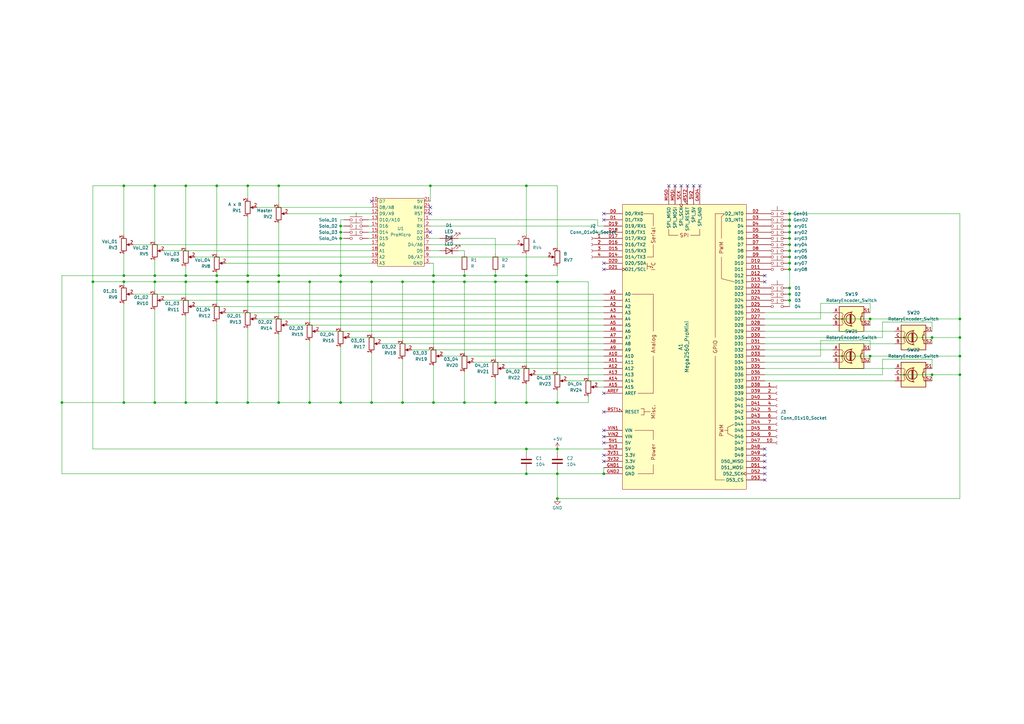
<source format=kicad_sch>
(kicad_sch (version 20231120) (generator "eeschema") (generator_version "8.0")
  (paper "A3")
  (title_block (title "HeartLand") (date "2024-07-05") (rev "2.0") (company "1x telescope"))
  (lib_symbols
    (symbol "Connector:Conn_01x04_Socket" (pin_names (offset 1.016) hide)
      (property "Reference" "J" (at 0 5.08 0))
      (property "Value" "Conn_01x04_Socket" (at 0 -7.62 0))
      (symbol "Conn_01x04_Socket_1_1"
        (pin passive line (at -5.08 2.54 0) (length 3.81) (name "Pin_1") (number "1"))
        (pin passive line (at -5.08 0 0) (length 3.81) (name "Pin_2") (number "2"))
        (pin passive line (at -5.08 -2.54 0) (length 3.81) (name "Pin_3") (number "3"))
        (pin passive line (at -5.08 -5.08 0) (length 3.81) (name "Pin_4") (number "4"))
      )
    )
    (symbol "Connector:Conn_01x10_Socket" (pin_names (offset 1.016) hide)
      (property "Reference" "J" (at 0 12.7 0))
      (property "Value" "Conn_01x10_Socket" (at 0 -15.24 0))
      (symbol "Conn_01x10_Socket_1_1"
        (pin passive line (at -5.08 10.16 0) (length 3.81) (name "Pin_1") (number "1"))
        (pin passive line (at -5.08 -12.7 0) (length 3.81) (name "Pin_10") (number "10"))
        (pin passive line (at -5.08 7.62 0) (length 3.81) (name "Pin_2") (number "2"))
        (pin passive line (at -5.08 5.08 0) (length 3.81) (name "Pin_3") (number "3"))
        (pin passive line (at -5.08 2.54 0) (length 3.81) (name "Pin_4") (number "4"))
        (pin passive line (at -5.08 0 0) (length 3.81) (name "Pin_5") (number "5"))
        (pin passive line (at -5.08 -2.54 0) (length 3.81) (name "Pin_6") (number "6"))
        (pin passive line (at -5.08 -5.08 0) (length 3.81) (name "Pin_7") (number "7"))
        (pin passive line (at -5.08 -7.62 0) (length 3.81) (name "Pin_8") (number "8"))
        (pin passive line (at -5.08 -10.16 0) (length 3.81) (name "Pin_9") (number "9"))
      )
    )
    (symbol "Device:C" (pin_numbers hide) (pin_names (offset 0.254))
      (property "Reference" "C" (at 0.635 2.54 0))
      (property "Value" "C" (at 0.635 -2.54 0))
      (symbol "C_1_1"
        (pin passive line (at 0 3.81 270) (length 2.794) (name "~") (number "1"))
        (pin passive line (at 0 -3.81 90) (length 2.794) (name "~") (number "2"))
      )
    )
    (symbol "Device:LED" (pin_numbers hide) (pin_names (offset 1.016) hide)
      (property "Reference" "D" (at 0 2.54 0))
      (property "Value" "LED" (at 0 -2.54 0))
      (symbol "LED_1_1"
        (pin passive line (at -3.81 0 0) (length 2.54) (name "K") (number "1"))
        (pin passive line (at 3.81 0 180) (length 2.54) (name "A") (number "2"))
      )
    )
    (symbol "Device:R" (pin_numbers hide) (pin_names (offset 0))
      (property "Reference" "R" (at 2.032 0 90))
      (property "Value" "R" (at 0 0 90))
      (symbol "R_1_1"
        (pin passive line (at 0 3.81 270) (length 1.27) (name "~") (number "1"))
        (pin passive line (at 0 -3.81 90) (length 1.27) (name "~") (number "2"))
      )
    )
    (symbol "Device:R_Potentiometer" (pin_names (offset 1.016) hide)
      (property "Reference" "RV" (at -4.445 0 90))
      (property "Value" "R_Potentiometer" (at -2.54 0 90))
      (symbol "R_Potentiometer_1_1"
        (pin passive line (at 0 3.81 270) (length 1.27) (name "1") (number "1"))
        (pin passive line (at 3.81 0 180) (length 1.27) (name "2") (number "2"))
        (pin passive line (at 0 -3.81 90) (length 1.27) (name "3") (number "3"))
      )
    )
    (symbol "Device:RotaryEncoder_Switch" (pin_names (offset 0.254) hide)
      (property "Reference" "SW" (at 0 6.604 0))
      (property "Value" "RotaryEncoder_Switch" (at 0 -6.604 0))
      (symbol "RotaryEncoder_Switch_1_1"
        (pin passive line (at -7.62 2.54 0) (length 2.54) (name "A") (number "A"))
        (pin passive line (at -7.62 -2.54 0) (length 2.54) (name "B") (number "B"))
        (pin passive line (at -7.62 0 0) (length 2.54) (name "C") (number "C"))
        (pin passive line (at 7.62 2.54 180) (length 2.54) (name "S1") (number "S1"))
        (pin passive line (at 7.62 -2.54 180) (length 2.54) (name "S2") (number "S2"))
      )
    )
    (symbol "PCM_SparkFun-Board:ProMicroC"
      (property "Reference" "U" (at 1.27 0 0))
      (property "Value" "ProMicroC" (at 15.24 0 0))
      (symbol "ProMicroC_1_1"
        (pin input line (at -2.54 -10.16 0) (length 2.54) (name "TX") (number "1"))
        (pin input line (at 21.59 -2.54 180) (length 2.54) (name "D7") (number "10"))
        (pin input line (at 21.59 -5.08 180) (length 2.54) (name "D8/A8") (number "11"))
        (pin input line (at 21.59 -7.62 180) (length 2.54) (name "D9/A9") (number "12"))
        (pin input line (at 21.59 -10.16 180) (length 2.54) (name "D10/A10") (number "13"))
        (pin input line (at 21.59 -12.7 180) (length 2.54) (name "D16") (number "14"))
        (pin input line (at 21.59 -15.24 180) (length 2.54) (name "D14") (number "15"))
        (pin input line (at 21.59 -17.78 180) (length 2.54) (name "D15") (number "16"))
        (pin input line (at 21.59 -20.32 180) (length 2.54) (name "A0") (number "17"))
        (pin input line (at 21.59 -22.86 180) (length 2.54) (name "A1") (number "18"))
        (pin input line (at 21.59 -25.4 180) (length 2.54) (name "A2") (number "19"))
        (pin input line (at -2.54 -12.7 0) (length 2.54) (name "RX") (number "2"))
        (pin input line (at 21.59 -27.94 180) (length 2.54) (name "A3") (number "20"))
        (pin input line (at -2.54 -2.54 0) (length 2.54) (name "5V") (number "21"))
        (pin input line (at -2.54 -7.62 0) (length 2.54) (name "RST") (number "22"))
        (pin input line (at -2.54 -27.94 0) (length 2.54) hide (name "GND") (number "23"))
        (pin input line (at -2.54 -5.08 0) (length 2.54) (name "RAW") (number "24"))
        (pin input line (at -2.54 -27.94 0) (length 2.54) (name "GND") (number "3"))
        (pin input line (at -2.54 -27.94 0) (length 2.54) hide (name "GND") (number "4"))
        (pin input line (at -2.54 -15.24 0) (length 2.54) (name "D2") (number "5"))
        (pin input line (at -2.54 -17.78 0) (length 2.54) (name "D3") (number "6"))
        (pin input line (at -2.54 -20.32 0) (length 2.54) (name "D4/A6") (number "7"))
        (pin input line (at -2.54 -22.86 0) (length 2.54) (name "D5") (number "8"))
        (pin input line (at -2.54 -25.4 0) (length 2.54) (name "D6/A7") (number "9"))
      )
    )
    (symbol "PCM_arduino-library:Clone_Mega2560_Pro_Socket" (pin_names (offset 1.016))
      (property "Reference" "A" (at 0 -62.23 0))
      (property "Value" "Clone_Mega2560_Pro_Socket" (at 0 -66.04 0))
      (symbol "Clone_Mega2560_Pro_Socket_0_0"
        (text "Analog" (at -12.7 1.27 900) (effects (font (size 1.524 1.524))))
        (text "I²C" (at -12.7 33.02 900) (effects (font (size 1.524 1.524))))
        (text "Misc." (at -12.7 -26.67 900) (effects (font (size 1.524 1.524))))
        (text "Power" (at -12.7 -43.18 900) (effects (font (size 1.524 1.524))))
        (text "PWM" (at 15.24 -34.29 900) (effects (font (size 1.524 1.524))))
        (text "PWM" (at 15.24 40.64 900) (effects (font (size 1.524 1.524))))
        (text "Serial" (at -12.7 45.72 900) (effects (font (size 1.524 1.524))))
        (text "SPI" (at 0 45.72 0) (effects (font (size 1.524 1.524))))
      )
      (symbol "Clone_Mega2560_Pro_Socket_1_0"
        (text "GPIO" (at 12.7 0 900) (effects (font (size 1.524 1.524))))
      )
      (symbol "Clone_Mega2560_Pro_Socket_1_1"
        (pin power_out line (at -33.02 -44.45 0) (length 7.62) (name "3.3V") (number "3V31"))
        (pin power_out line (at -33.02 -46.99 0) (length 7.62) (name "3.3V") (number "3V32"))
        (pin power_in line (at -33.02 -39.37 0) (length 7.62) (name "5V") (number "5V1"))
        (pin power_in line (at 3.81 66.04 270) (length 7.62) (name "SPI_5V") (number "5V2"))
        (pin power_in line (at -33.02 -41.91 0) (length 7.62) (name "5V") (number "5V3"))
        (pin bidirectional line (at -33.02 21.59 0) (length 7.62) (name "A0") (number "A0"))
        (pin bidirectional line (at -33.02 19.05 0) (length 7.62) (name "A1") (number "A1"))
        (pin bidirectional line (at -33.02 -3.81 0) (length 7.62) (name "A10") (number "A10"))
        (pin bidirectional line (at -33.02 -6.35 0) (length 7.62) (name "A11") (number "A11"))
        (pin bidirectional line (at -33.02 -8.89 0) (length 7.62) (name "A12") (number "A12"))
        (pin bidirectional line (at -33.02 -11.43 0) (length 7.62) (name "A13") (number "A13"))
        (pin bidirectional line (at -33.02 -13.97 0) (length 7.62) (name "A14") (number "A14"))
        (pin bidirectional line (at -33.02 -16.51 0) (length 7.62) (name "A15") (number "A15"))
        (pin bidirectional line (at -33.02 16.51 0) (length 7.62) (name "A2") (number "A2"))
        (pin bidirectional line (at -33.02 13.97 0) (length 7.62) (name "A3") (number "A3"))
        (pin bidirectional line (at -33.02 11.43 0) (length 7.62) (name "A4") (number "A4"))
        (pin bidirectional line (at -33.02 8.89 0) (length 7.62) (name "A5") (number "A5"))
        (pin bidirectional line (at -33.02 6.35 0) (length 7.62) (name "A6") (number "A6"))
        (pin bidirectional line (at -33.02 3.81 0) (length 7.62) (name "A7") (number "A7"))
        (pin bidirectional line (at -33.02 1.27 0) (length 7.62) (name "A8") (number "A8"))
        (pin bidirectional line (at -33.02 -1.27 0) (length 7.62) (name "A9") (number "A9"))
        (pin input line (at -33.02 -19.05 0) (length 7.62) (name "AREF") (number "AREF"))
        (pin bidirectional line (at -33.02 54.61 0) (length 7.62) (name "D0/RX0") (number "D0"))
        (pin bidirectional line (at -33.02 52.07 0) (length 7.62) (name "D1/TX0") (number "D1"))
        (pin bidirectional line (at 33.02 34.29 180) (length 7.62) (name "D10") (number "D10"))
        (pin bidirectional line (at 33.02 31.75 180) (length 7.62) (name "D11") (number "D11"))
        (pin bidirectional line (at 33.02 29.21 180) (length 7.62) (name "D12") (number "D12"))
        (pin bidirectional line (at 33.02 26.67 180) (length 7.62) (name "D13") (number "D13"))
        (pin bidirectional line (at -33.02 36.83 0) (length 7.62) (name "D14/TX3") (number "D14"))
        (pin bidirectional line (at -33.02 39.37 0) (length 7.62) (name "D15/RX3") (number "D15"))
        (pin bidirectional line (at -33.02 41.91 0) (length 7.62) (name "D16/TX2") (number "D16"))
        (pin bidirectional line (at -33.02 44.45 0) (length 7.62) (name "D17/RX2") (number "D17"))
        (pin bidirectional line (at -33.02 46.99 0) (length 7.62) (name "D18/TX1") (number "D18"))
        (pin bidirectional line (at -33.02 49.53 0) (length 7.62) (name "D19/RX1") (number "D19"))
        (pin bidirectional line (at 33.02 54.61 180) (length 7.62) (name "D2_INT0") (number "D2"))
        (pin bidirectional line (at -33.02 34.29 0) (length 7.62) (name "D20/SDA") (number "D20"))
        (pin bidirectional clock (at -33.02 31.75 0) (length 7.62) (name "D21/SCL") (number "D21"))
        (pin bidirectional line (at 33.02 24.13 180) (length 7.62) (name "D22") (number "D22"))
        (pin bidirectional line (at 33.02 21.59 180) (length 7.62) (name "D23") (number "D23"))
        (pin bidirectional line (at 33.02 19.05 180) (length 7.62) (name "D24") (number "D24"))
        (pin bidirectional line (at 33.02 16.51 180) (length 7.62) (name "D25") (number "D25"))
        (pin bidirectional line (at 33.02 13.97 180) (length 7.62) (name "D26") (number "D26"))
        (pin bidirectional line (at 33.02 11.43 180) (length 7.62) (name "D27") (number "D27"))
        (pin bidirectional line (at 33.02 8.89 180) (length 7.62) (name "D28") (number "D28"))
        (pin bidirectional line (at 33.02 6.35 180) (length 7.62) (name "D29") (number "D29"))
        (pin bidirectional line (at 33.02 52.07 180) (length 7.62) (name "D3_INT1") (number "D3"))
        (pin bidirectional line (at 33.02 3.81 180) (length 7.62) (name "D30") (number "D30"))
        (pin bidirectional line (at 33.02 1.27 180) (length 7.62) (name "D31") (number "D31"))
        (pin bidirectional line (at 33.02 -1.27 180) (length 7.62) (name "D32") (number "D32"))
        (pin bidirectional line (at 33.02 -3.81 180) (length 7.62) (name "D33") (number "D33"))
        (pin bidirectional line (at 33.02 -6.35 180) (length 7.62) (name "D34") (number "D34"))
        (pin bidirectional line (at 33.02 -8.89 180) (length 7.62) (name "D35") (number "D35"))
        (pin bidirectional line (at 33.02 -11.43 180) (length 7.62) (name "D36") (number "D36"))
        (pin bidirectional line (at 33.02 -13.97 180) (length 7.62) (name "D37") (number "D37"))
        (pin bidirectional line (at 33.02 -16.51 180) (length 7.62) (name "D38") (number "D38"))
        (pin bidirectional line (at 33.02 -19.05 180) (length 7.62) (name "D39") (number "D39"))
        (pin bidirectional line (at 33.02 49.53 180) (length 7.62) (name "D4") (number "D4"))
        (pin bidirectional line (at 33.02 -21.59 180) (length 7.62) (name "D40") (number "D40"))
        (pin bidirectional line (at 33.02 -24.13 180) (length 7.62) (name "D41") (number "D41"))
        (pin bidirectional line (at 33.02 -26.67 180) (length 7.62) (name "D42") (number "D42"))
        (pin bidirectional line (at 33.02 -29.21 180) (length 7.62) (name "D43") (number "D43"))
        (pin bidirectional line (at 33.02 -31.75 180) (length 7.62) (name "D44") (number "D44"))
        (pin bidirectional line (at 33.02 -34.29 180) (length 7.62) (name "D45") (number "D45"))
        (pin bidirectional line (at 33.02 -36.83 180) (length 7.62) (name "D46") (number "D46"))
        (pin bidirectional line (at 33.02 -39.37 180) (length 7.62) (name "D47") (number "D47"))
        (pin bidirectional line (at 33.02 -41.91 180) (length 7.62) (name "D48") (number "D48"))
        (pin bidirectional line (at 33.02 -44.45 180) (length 7.62) (name "D49") (number "D49"))
        (pin bidirectional line (at 33.02 46.99 180) (length 7.62) (name "D5") (number "D5"))
        (pin bidirectional line (at 33.02 -46.99 180) (length 7.62) (name "D50_MISO") (number "D50"))
        (pin bidirectional line (at 33.02 -49.53 180) (length 7.62) (name "D51_MOSI") (number "D51"))
        (pin bidirectional clock (at 33.02 -52.07 180) (length 7.62) (name "D52_SCK") (number "D52"))
        (pin bidirectional line (at 33.02 -54.61 180) (length 7.62) (name "D53_CS") (number "D53"))
        (pin bidirectional line (at 33.02 44.45 180) (length 7.62) (name "D6") (number "D6"))
        (pin bidirectional line (at 33.02 41.91 180) (length 7.62) (name "D7") (number "D7"))
        (pin bidirectional line (at 33.02 39.37 180) (length 7.62) (name "D8") (number "D8"))
        (pin bidirectional line (at 33.02 36.83 180) (length 7.62) (name "D9") (number "D9"))
        (pin power_in line (at -33.02 -49.53 0) (length 7.62) (name "GND") (number "GND1"))
        (pin power_in line (at -33.02 -52.07 0) (length 7.62) (name "GND") (number "GND2"))
        (pin power_in line (at 6.35 66.04 270) (length 7.62) (name "SPI_GND") (number "GND4"))
        (pin input line (at -6.35 66.04 270) (length 7.62) (name "SPI_MISO") (number "MISO"))
        (pin output line (at -3.81 66.04 270) (length 7.62) (name "SPI_MOSI") (number "MOSI"))
        (pin open_collector input_low (at -33.02 -26.67 0) (length 7.62) (name "RESET") (number "RST1"))
        (pin open_collector input_low (at 1.27 66.04 270) (length 7.62) (name "SPI_RESET") (number "RST2"))
        (pin output clock (at -1.27 66.04 270) (length 7.62) (name "SPI_SCK") (number "SCK"))
        (pin power_in line (at -33.02 -34.29 0) (length 7.62) (name "VIN") (number "VIN1"))
        (pin power_in line (at -33.02 -36.83 0) (length 7.62) (name "VIN") (number "VIN2"))
      )
    )
    (symbol "Switch:SW_Push" (pin_numbers hide) (pin_names (offset 1.016) hide)
      (property "Reference" "SW" (at 1.27 2.54 0))
      (property "Value" "SW_Push" (at 0 -1.524 0))
      (symbol "SW_Push_0_1"
        (pin passive line (at -5.08 0 0) (length 2.54) (name "1") (number "1"))
        (pin passive line (at 5.08 0 180) (length 2.54) (name "2") (number "2"))
      )
    )
    (symbol "power:+5V" (power) (pin_numbers hide) (pin_names (offset 0) hide)
      (property "Value" "+5V" (at 0 3.556 0))
      (symbol "+5V_1_1"
        (pin power_in line (at 0 0 90) (length 0) (name "~") (number "1"))
      )
    )
    (symbol "power:GND" (power) (pin_numbers hide) (pin_names (offset 0) hide)
      (property "Value" "GND" (at 0 -3.81 0))
      (symbol "GND_1_1"
        (pin power_in line (at 0 0 270) (length 0) (name "~") (number "1"))
      )
    )
  )
  (junction (at 177.8 115.57))
  (junction (at 139.7 95.25))
  (junction (at 323.85 105.41))
  (junction (at 88.9 113.03))
  (junction (at 139.7 165.1))
  (junction (at 228.6 194.31))
  (junction (at 323.85 118.11))
  (junction (at 393.7 146.05))
  (junction (at 323.85 95.25))
  (junction (at 177.8 113.03))
  (junction (at 63.5 76.2))
  (junction (at 323.85 97.79))
  (junction (at 139.7 97.79))
  (junction (at 76.2 76.2))
  (junction (at 76.2 115.57))
  (junction (at 139.7 113.03))
  (junction (at 215.9 76.2))
  (junction (at 88.9 115.57))
  (junction (at 323.85 100.33))
  (junction (at 393.7 130.81))
  (junction (at 88.9 165.1))
  (junction (at 203.2 115.57))
  (junction (at 215.9 115.57))
  (junction (at 63.5 115.57))
  (junction (at 50.8 113.03))
  (junction (at 190.5 115.57))
  (junction (at 323.85 102.87))
  (junction (at 152.4 115.57))
  (junction (at 114.3 113.03))
  (junction (at 323.85 92.71))
  (junction (at 190.5 113.03))
  (junction (at 323.85 110.49))
  (junction (at 177.8 165.1))
  (junction (at 356.87 130.81))
  (junction (at 50.8 115.57))
  (junction (at 114.3 76.2))
  (junction (at 165.1 115.57))
  (junction (at 382.27 138.43))
  (junction (at 247.65 194.31))
  (junction (at 215.9 184.15))
  (junction (at 393.7 153.67))
  (junction (at 127 115.57))
  (junction (at 63.5 113.03))
  (junction (at 215.9 165.1))
  (junction (at 323.85 107.95))
  (junction (at 323.85 87.63))
  (junction (at 228.6 204.47))
  (junction (at 228.6 165.1))
  (junction (at 63.5 165.1))
  (junction (at 114.3 115.57))
  (junction (at 203.2 113.03))
  (junction (at 88.9 76.2))
  (junction (at 38.1 115.57))
  (junction (at 152.4 165.1))
  (junction (at 139.7 115.57))
  (junction (at 101.6 113.03))
  (junction (at 393.7 138.43))
  (junction (at 176.53 76.2))
  (junction (at 323.85 123.19))
  (junction (at 50.8 76.2))
  (junction (at 356.87 146.05))
  (junction (at 190.5 165.1))
  (junction (at 25.4 165.1))
  (junction (at 127 165.1))
  (junction (at 382.27 153.67))
  (junction (at 76.2 113.03))
  (junction (at 101.6 115.57))
  (junction (at 165.1 165.1))
  (junction (at 114.3 165.1))
  (junction (at 215.9 194.31))
  (junction (at 323.85 90.17))
  (junction (at 323.85 120.65))
  (junction (at 215.9 113.03))
  (junction (at 101.6 165.1))
  (junction (at 228.6 115.57))
  (junction (at 101.6 76.2))
  (junction (at 50.8 165.1))
  (junction (at 228.6 184.15))
  (junction (at 139.7 92.71))
  (junction (at 76.2 165.1))
  (junction (at 203.2 165.1))
  (no_connect (at 247.65 87.63))
  (no_connect (at 313.69 189.23))
  (no_connect (at 247.65 161.29))
  (no_connect (at 176.53 95.25))
  (no_connect (at 247.65 189.23))
  (no_connect (at 247.65 186.69))
  (no_connect (at 247.65 181.61))
  (no_connect (at 281.94 76.2))
  (no_connect (at 313.69 113.03))
  (no_connect (at 279.4 76.2))
  (no_connect (at 313.69 191.77))
  (no_connect (at 313.69 184.15))
  (no_connect (at 313.69 194.31))
  (no_connect (at 152.4 82.55))
  (no_connect (at 247.65 107.95))
  (no_connect (at 247.65 168.91))
  (no_connect (at 276.86 76.2))
  (no_connect (at 313.69 196.85))
  (no_connect (at 274.32 76.2))
  (no_connect (at 284.48 76.2))
  (no_connect (at 176.53 85.09))
  (no_connect (at 247.65 176.53))
  (no_connect (at 247.65 90.17))
  (no_connect (at 247.65 110.49))
  (no_connect (at 313.69 115.57))
  (no_connect (at 313.69 186.69))
  (no_connect (at 287.02 76.2))
  (no_connect (at 247.65 179.07))
  (no_connect (at 176.53 87.63))
  (wire (pts (xy 88.9 132.08) (xy 88.9 165.1)))
  (wire (pts (xy 101.6 115.57) (xy 88.9 115.57)))
  (wire (pts (xy 105.41 85.09) (xy 152.4 85.09)))
  (wire (pts (xy 215.9 184.15) (xy 228.6 184.15)))
  (wire (pts (xy 313.69 143.51) (xy 341.63 143.51)))
  (wire (pts (xy 228.6 160.02) (xy 228.6 165.1)))
  (wire (pts (xy 114.3 165.1) (xy 127 165.1)))
  (wire (pts (xy 245.11 158.75) (xy 247.65 158.75)))
  (wire (pts (xy 101.6 165.1) (xy 114.3 165.1)))
  (wire (pts (xy 38.1 76.2) (xy 38.1 115.57)))
  (wire (pts (xy 114.3 76.2) (xy 176.53 76.2)))
  (wire (pts (xy 203.2 111.76) (xy 203.2 113.03)))
  (wire (pts (xy 165.1 139.7) (xy 165.1 115.57)))
  (wire (pts (xy 176.53 82.55) (xy 176.53 76.2)))
  (wire (pts (xy 143.51 138.43) (xy 247.65 138.43)))
  (wire (pts (xy 323.85 120.65) (xy 323.85 123.19)))
  (wire (pts (xy 194.31 148.59) (xy 247.65 148.59)))
  (wire (pts (xy 313.69 146.05) (xy 336.55 146.05)))
  (wire (pts (xy 92.71 128.27) (xy 247.65 128.27)))
  (wire (pts (xy 76.2 76.2) (xy 63.5 76.2)))
  (wire (pts (xy 323.85 87.63) (xy 323.85 90.17)))
  (wire (pts (xy 114.3 113.03) (xy 139.7 113.03)))
  (wire (pts (xy 176.53 105.41) (xy 224.79 105.41)))
  (wire (pts (xy 114.3 83.82) (xy 114.3 76.2)))
  (wire (pts (xy 114.3 91.44) (xy 114.3 113.03)))
  (wire (pts (xy 76.2 165.1) (xy 88.9 165.1)))
  (wire (pts (xy 393.7 87.63) (xy 393.7 130.81)))
  (wire (pts (xy 76.2 109.22) (xy 76.2 113.03)))
  (wire (pts (xy 101.6 134.62) (xy 101.6 165.1)))
  (wire (pts (xy 63.5 99.06) (xy 63.5 76.2)))
  (wire (pts (xy 341.63 146.05) (xy 356.87 146.05)))
  (wire (pts (xy 336.55 146.05) (xy 336.55 139.7)))
  (wire (pts (xy 393.7 138.43) (xy 382.27 138.43)))
  (wire (pts (xy 203.2 97.79) (xy 187.96 97.79)))
  (wire (pts (xy 38.1 184.15) (xy 215.9 184.15)))
  (wire (pts (xy 393.7 138.43) (xy 393.7 130.81)))
  (wire (pts (xy 130.81 135.89) (xy 247.65 135.89)))
  (wire (pts (xy 323.85 105.41) (xy 323.85 107.95)))
  (wire (pts (xy 101.6 76.2) (xy 88.9 76.2)))
  (wire (pts (xy 76.2 129.54) (xy 76.2 165.1)))
  (wire (pts (xy 241.3 162.56) (xy 241.3 165.1)))
  (wire (pts (xy 393.7 153.67) (xy 393.7 204.47)))
  (wire (pts (xy 190.5 113.03) (xy 203.2 113.03)))
  (wire (pts (xy 361.95 147.32) (xy 361.95 153.67)))
  (wire (pts (xy 241.3 154.94) (xy 241.3 115.57)))
  (wire (pts (xy 168.91 143.51) (xy 247.65 143.51)))
  (wire (pts (xy 88.9 124.46) (xy 88.9 115.57)))
  (wire (pts (xy 177.8 115.57) (xy 165.1 115.57)))
  (wire (pts (xy 38.1 184.15) (xy 38.1 115.57)))
  (wire (pts (xy 190.5 102.87) (xy 190.5 104.14)))
  (wire (pts (xy 215.9 115.57) (xy 203.2 115.57)))
  (wire (pts (xy 50.8 113.03) (xy 63.5 113.03)))
  (wire (pts (xy 190.5 144.78) (xy 190.5 115.57)))
  (wire (pts (xy 38.1 76.2) (xy 50.8 76.2)))
  (wire (pts (xy 247.65 191.77) (xy 247.65 194.31)))
  (wire (pts (xy 151.13 97.79) (xy 152.4 97.79)))
  (wire (pts (xy 101.6 127) (xy 101.6 115.57)))
  (wire (pts (xy 190.5 111.76) (xy 190.5 113.03)))
  (wire (pts (xy 323.85 102.87) (xy 323.85 105.41)))
  (wire (pts (xy 105.41 130.81) (xy 247.65 130.81)))
  (wire (pts (xy 323.85 97.79) (xy 323.85 100.33)))
  (wire (pts (xy 176.53 100.33) (xy 212.09 100.33)))
  (wire (pts (xy 177.8 113.03) (xy 190.5 113.03)))
  (wire (pts (xy 382.27 147.32) (xy 361.95 147.32)))
  (wire (pts (xy 54.61 120.65) (xy 247.65 120.65)))
  (wire (pts (xy 114.3 129.54) (xy 114.3 115.57)))
  (wire (pts (xy 203.2 104.14) (xy 203.2 97.79)))
  (wire (pts (xy 25.4 194.31) (xy 215.9 194.31)))
  (wire (pts (xy 228.6 109.22) (xy 228.6 113.03)))
  (wire (pts (xy 25.4 165.1) (xy 50.8 165.1)))
  (wire (pts (xy 176.53 90.17) (xy 245.11 90.17)))
  (wire (pts (xy 241.3 115.57) (xy 228.6 115.57)))
  (wire (pts (xy 313.69 130.81) (xy 336.55 130.81)))
  (wire (pts (xy 190.5 115.57) (xy 177.8 115.57)))
  (wire (pts (xy 139.7 97.79) (xy 139.7 113.03)))
  (wire (pts (xy 336.55 130.81) (xy 336.55 124.46)))
  (wire (pts (xy 382.27 132.08) (xy 382.27 135.89)))
  (wire (pts (xy 101.6 113.03) (xy 114.3 113.03)))
  (wire (pts (xy 361.95 153.67) (xy 313.69 153.67)))
  (wire (pts (xy 187.96 102.87) (xy 190.5 102.87)))
  (wire (pts (xy 80.01 125.73) (xy 247.65 125.73)))
  (wire (pts (xy 139.7 92.71) (xy 139.7 95.25)))
  (wire (pts (xy 50.8 96.52) (xy 50.8 76.2)))
  (wire (pts (xy 356.87 124.46) (xy 356.87 128.27)))
  (wire (pts (xy 63.5 115.57) (xy 76.2 115.57)))
  (wire (pts (xy 215.9 96.52) (xy 215.9 76.2)))
  (wire (pts (xy 152.4 137.16) (xy 152.4 115.57)))
  (wire (pts (xy 203.2 147.32) (xy 203.2 115.57)))
  (wire (pts (xy 140.97 90.17) (xy 139.7 90.17)))
  (wire (pts (xy 356.87 139.7) (xy 356.87 143.51)))
  (wire (pts (xy 228.6 113.03) (xy 215.9 113.03)))
  (wire (pts (xy 336.55 124.46) (xy 356.87 124.46)))
  (wire (pts (xy 323.85 95.25) (xy 323.85 97.79)))
  (wire (pts (xy 151.13 95.25) (xy 152.4 95.25)))
  (wire (pts (xy 76.2 113.03) (xy 88.9 113.03)))
  (wire (pts (xy 165.1 165.1) (xy 177.8 165.1)))
  (wire (pts (xy 215.9 149.86) (xy 215.9 115.57)))
  (wire (pts (xy 139.7 97.79) (xy 140.97 97.79)))
  (wire (pts (xy 114.3 115.57) (xy 101.6 115.57)))
  (wire (pts (xy 228.6 184.15) (xy 247.65 184.15)))
  (wire (pts (xy 76.2 76.2) (xy 76.2 101.6)))
  (wire (pts (xy 323.85 100.33) (xy 323.85 102.87)))
  (wire (pts (xy 181.61 146.05) (xy 247.65 146.05)))
  (wire (pts (xy 323.85 92.71) (xy 323.85 95.25)))
  (wire (pts (xy 54.61 100.33) (xy 152.4 100.33)))
  (wire (pts (xy 393.7 138.43) (xy 393.7 146.05)))
  (wire (pts (xy 127 115.57) (xy 114.3 115.57)))
  (wire (pts (xy 92.71 107.95) (xy 152.4 107.95)))
  (wire (pts (xy 203.2 165.1) (xy 215.9 165.1)))
  (wire (pts (xy 228.6 115.57) (xy 215.9 115.57)))
  (wire (pts (xy 323.85 90.17) (xy 323.85 92.71)))
  (wire (pts (xy 151.13 92.71) (xy 152.4 92.71)))
  (wire (pts (xy 139.7 142.24) (xy 139.7 165.1)))
  (wire (pts (xy 228.6 204.47) (xy 228.6 194.31)))
  (wire (pts (xy 139.7 95.25) (xy 140.97 95.25)))
  (wire (pts (xy 88.9 111.76) (xy 88.9 113.03)))
  (wire (pts (xy 25.4 113.03) (xy 25.4 165.1)))
  (wire (pts (xy 361.95 138.43) (xy 361.95 132.08)))
  (wire (pts (xy 127 139.7) (xy 127 165.1)))
  (wire (pts (xy 313.69 148.59) (xy 341.63 148.59)))
  (wire (pts (xy 152.4 165.1) (xy 165.1 165.1)))
  (wire (pts (xy 165.1 147.32) (xy 165.1 165.1)))
  (wire (pts (xy 228.6 193.04) (xy 228.6 194.31)))
  (wire (pts (xy 50.8 165.1) (xy 63.5 165.1)))
  (wire (pts (xy 215.9 157.48) (xy 215.9 165.1)))
  (wire (pts (xy 177.8 142.24) (xy 177.8 115.57)))
  (wire (pts (xy 215.9 193.04) (xy 215.9 194.31)))
  (wire (pts (xy 215.9 104.14) (xy 215.9 113.03)))
  (wire (pts (xy 313.69 135.89) (xy 367.03 135.89)))
  (wire (pts (xy 203.2 115.57) (xy 190.5 115.57)))
  (wire (pts (xy 219.71 153.67) (xy 247.65 153.67)))
  (wire (pts (xy 228.6 152.4) (xy 228.6 115.57)))
  (wire (pts (xy 382.27 151.13) (xy 382.27 147.32)))
  (wire (pts (xy 176.53 92.71) (xy 243.84 92.71)))
  (wire (pts (xy 323.85 123.19) (xy 323.85 125.73)))
  (wire (pts (xy 67.31 123.19) (xy 247.65 123.19)))
  (wire (pts (xy 215.9 185.42) (xy 215.9 184.15)))
  (wire (pts (xy 127 165.1) (xy 139.7 165.1)))
  (wire (pts (xy 245.11 92.71) (xy 247.65 92.71)))
  (wire (pts (xy 50.8 115.57) (xy 63.5 115.57)))
  (wire (pts (xy 190.5 165.1) (xy 203.2 165.1)))
  (wire (pts (xy 118.11 133.35) (xy 247.65 133.35)))
  (wire (pts (xy 243.84 92.71) (xy 243.84 95.25)))
  (wire (pts (xy 151.13 90.17) (xy 152.4 90.17)))
  (wire (pts (xy 63.5 113.03) (xy 76.2 113.03)))
  (wire (pts (xy 323.85 118.11) (xy 323.85 120.65)))
  (wire (pts (xy 356.87 146.05) (xy 393.7 146.05)))
  (wire (pts (xy 228.6 76.2) (xy 215.9 76.2)))
  (wire (pts (xy 67.31 102.87) (xy 152.4 102.87)))
  (wire (pts (xy 50.8 104.14) (xy 50.8 113.03)))
  (wire (pts (xy 76.2 121.92) (xy 76.2 115.57)))
  (wire (pts (xy 139.7 95.25) (xy 139.7 97.79)))
  (wire (pts (xy 50.8 116.84) (xy 50.8 115.57)))
  (wire (pts (xy 88.9 115.57) (xy 76.2 115.57)))
  (wire (pts (xy 114.3 76.2) (xy 101.6 76.2)))
  (wire (pts (xy 165.1 115.57) (xy 152.4 115.57)))
  (wire (pts (xy 356.87 130.81) (xy 393.7 130.81)))
  (wire (pts (xy 341.63 130.81) (xy 356.87 130.81)))
  (wire (pts (xy 228.6 165.1) (xy 241.3 165.1)))
  (wire (pts (xy 323.85 110.49) (xy 323.85 118.11)))
  (wire (pts (xy 382.27 153.67) (xy 393.7 153.67)))
  (wire (pts (xy 313.69 151.13) (xy 367.03 151.13)))
  (wire (pts (xy 101.6 88.9) (xy 101.6 113.03)))
  (wire (pts (xy 38.1 115.57) (xy 50.8 115.57)))
  (wire (pts (xy 63.5 106.68) (xy 63.5 113.03)))
  (wire (pts (xy 177.8 113.03) (xy 177.8 107.95)))
  (wire (pts (xy 243.84 95.25) (xy 247.65 95.25)))
  (wire (pts (xy 203.2 113.03) (xy 215.9 113.03)))
  (wire (pts (xy 139.7 165.1) (xy 152.4 165.1)))
  (wire (pts (xy 382.27 153.67) (xy 382.27 156.21)))
  (wire (pts (xy 361.95 132.08) (xy 382.27 132.08)))
  (wire (pts (xy 245.11 90.17) (xy 245.11 92.71)))
  (wire (pts (xy 203.2 154.94) (xy 203.2 165.1)))
  (wire (pts (xy 336.55 139.7) (xy 356.87 139.7)))
  (wire (pts (xy 313.69 138.43) (xy 361.95 138.43)))
  (wire (pts (xy 118.11 87.63) (xy 152.4 87.63)))
  (wire (pts (xy 382.27 138.43) (xy 382.27 140.97)))
  (wire (pts (xy 152.4 144.78) (xy 152.4 165.1)))
  (wire (pts (xy 25.4 165.1) (xy 25.4 194.31)))
  (wire (pts (xy 50.8 165.1) (xy 50.8 124.46)))
  (wire (pts (xy 367.03 153.67) (xy 382.27 153.67)))
  (wire (pts (xy 356.87 146.05) (xy 356.87 148.59)))
  (wire (pts (xy 139.7 90.17) (xy 139.7 92.71)))
  (wire (pts (xy 139.7 113.03) (xy 177.8 113.03)))
  (wire (pts (xy 63.5 115.57) (xy 63.5 119.38)))
  (wire (pts (xy 156.21 140.97) (xy 247.65 140.97)))
  (wire (pts (xy 127 132.08) (xy 127 115.57)))
  (wire (pts (xy 63.5 76.2) (xy 50.8 76.2)))
  (wire (pts (xy 313.69 156.21) (xy 367.03 156.21)))
  (wire (pts (xy 215.9 165.1) (xy 228.6 165.1)))
  (wire (pts (xy 215.9 194.31) (xy 228.6 194.31)))
  (wire (pts (xy 101.6 76.2) (xy 101.6 81.28)))
  (wire (pts (xy 139.7 115.57) (xy 127 115.57)))
  (wire (pts (xy 139.7 134.62) (xy 139.7 115.57)))
  (wire (pts (xy 63.5 127) (xy 63.5 165.1)))
  (wire (pts (xy 313.69 128.27) (xy 341.63 128.27)))
  (wire (pts (xy 367.03 138.43) (xy 382.27 138.43)))
  (wire (pts (xy 177.8 149.86) (xy 177.8 165.1)))
  (wire (pts (xy 152.4 115.57) (xy 139.7 115.57)))
  (wire (pts (xy 80.01 105.41) (xy 152.4 105.41)))
  (wire (pts (xy 393.7 146.05) (xy 393.7 153.67)))
  (wire (pts (xy 313.69 133.35) (xy 341.63 133.35)))
  (wire (pts (xy 88.9 76.2) (xy 76.2 76.2)))
  (wire (pts (xy 356.87 130.81) (xy 356.87 133.35)))
  (wire (pts (xy 228.6 185.42) (xy 228.6 184.15)))
  (wire (pts (xy 228.6 204.47) (xy 393.7 204.47)))
  (wire (pts (xy 177.8 107.95) (xy 176.53 107.95)))
  (wire (pts (xy 313.69 140.97) (xy 367.03 140.97)))
  (wire (pts (xy 88.9 165.1) (xy 101.6 165.1)))
  (wire (pts (xy 228.6 194.31) (xy 247.65 194.31)))
  (wire (pts (xy 176.53 102.87) (xy 180.34 102.87)))
  (wire (pts (xy 63.5 165.1) (xy 76.2 165.1)))
  (wire (pts (xy 323.85 107.95) (xy 323.85 110.49)))
  (wire (pts (xy 25.4 113.03) (xy 50.8 113.03)))
  (wire (pts (xy 207.01 151.13) (xy 247.65 151.13)))
  (wire (pts (xy 232.41 156.21) (xy 247.65 156.21)))
  (wire (pts (xy 228.6 101.6) (xy 228.6 76.2)))
  (wire (pts (xy 114.3 137.16) (xy 114.3 165.1)))
  (wire (pts (xy 88.9 76.2) (xy 88.9 104.14)))
  (wire (pts (xy 176.53 76.2) (xy 215.9 76.2)))
  (wire (pts (xy 190.5 152.4) (xy 190.5 165.1)))
  (wire (pts (xy 139.7 92.71) (xy 140.97 92.71)))
  (wire (pts (xy 177.8 165.1) (xy 190.5 165.1)))
  (wire (pts (xy 176.53 97.79) (xy 180.34 97.79)))
  (wire (pts (xy 323.85 87.63) (xy 393.7 87.63)))
  (wire (pts (xy 101.6 113.03) (xy 88.9 113.03)))
  (symbol (lib_id "power:+5V") (at 228.6 184.15 0) (unit 1)
    (property "Reference" "#PWR01" (effects (hide yes)))
    (property "Value" "+5V" (at 228.6 180.086 0))
    (property "Description" "Power symbol creates a global label with name \"+5V\"" (effects (hide yes)))
  )
  (symbol (lib_id "Device:R_Potentiometer") (at 76.2 125.73 0) (mirror x) (unit 1)
    (property "Reference" "RV11" (at 73.66 127.0001 0) (effects (justify right)))
    (property "Value" "01_03" (at 73.66 124.4601 0) (effects (justify right)))
    (property "Footprint" "Potentiometer_THT:Potentiometer_Alps_RK09K_Single_Vertical" (effects (hide yes)))
    (property "Description" "Potentiometer" (effects (hide yes)))
  )
  (symbol (lib_id "Switch:SW_Push") (at 318.77 92.71 0) (mirror y) (unit 1)
    (property "Reference" "SW5" (effects (hide yes)))
    (property "Value" "ary01" (at 328.422 92.71 0))
    (property "Footprint" "Button_Switch_Keyboard:SW_Cherry_MX_1.00u_PCB" (effects (hide yes)))
    (property "Description" "Push button switch, generic, two pins" (effects (hide yes)))
  )
  (symbol (lib_id "Device:R_Potentiometer") (at 63.5 123.19 0) (mirror x) (unit 1)
    (property "Reference" "RV10" (at 60.96 124.4601 0) (effects (justify right)))
    (property "Value" "01_02" (at 60.96 121.9201 0) (effects (justify right)))
    (property "Footprint" "Potentiometer_THT:Potentiometer_Alps_RK09K_Single_Vertical" (effects (hide yes)))
    (property "Description" "Potentiometer" (effects (hide yes)))
  )
  (symbol (lib_id "Device:R_Potentiometer") (at 241.3 158.75 0) (mirror x) (unit 1)
    (property "Reference" "RV24" (at 238.76 160.0201 0) (effects (justify right)))
    (property "Value" "04_04" (at 238.76 157.4801 0) (effects (justify right)))
    (property "Footprint" "Potentiometer_THT:Potentiometer_Alps_RK09K_Single_Vertical" (effects (hide yes)))
    (property "Description" "Potentiometer" (effects (hide yes)))
  )
  (symbol (lib_id "Connector:Conn_01x10_Socket") (at 318.77 168.91 0) (unit 1)
    (property "Reference" "J3" (at 320.04 168.9099 0) (effects (justify left)))
    (property "Value" "Conn_01x10_Socket" (at 320.04 171.4499 0) (effects (justify left)))
    (property "Footprint" "Connector_PinSocket_2.54mm:PinSocket_2x05_P2.54mm_Horizontal" (effects (hide yes)))
    (property "Description" "Generic connector, single row, 01x10, script generated" (effects (hide yes)))
  )
  (symbol (lib_id "Device:R_Potentiometer") (at 215.9 100.33 180) (unit 1)
    (property "Reference" "RV4" (at 218.44 101.6001 0) (effects (justify right)))
    (property "Value" "A" (at 218.44 99.0601 0) (effects (justify right)))
    (property "Footprint" "Potentiometer_THT:Potentiometer_Alps_RK09K_Single_Vertical" (effects (hide yes)))
    (property "Description" "Potentiometer" (effects (hide yes)))
  )
  (symbol (lib_id "Device:R_Potentiometer") (at 76.2 105.41 0) (mirror x) (unit 1)
    (property "Reference" "RV6" (at 73.66 106.6801 0) (effects (justify right)))
    (property "Value" "Vol_03" (at 73.66 104.1401 0) (effects (justify right)))
    (property "Footprint" "Potentiometer_THT:Potentiometer_Bourns_PTA4543_Single_Slide" (effects (hide yes)))
    (property "Description" "Potentiometer" (effects (hide yes)))
  )
  (symbol (lib_id "Device:R_Potentiometer") (at 139.7 138.43 0) (mirror x) (unit 1)
    (property "Reference" "RV16" (at 137.16 139.7001 0) (effects (justify right)))
    (property "Value" "02_04" (at 137.16 137.1601 0) (effects (justify right)))
    (property "Footprint" "Potentiometer_THT:Potentiometer_Alps_RK09K_Single_Vertical" (effects (hide yes)))
    (property "Description" "Potentiometer" (effects (hide yes)))
  )
  (symbol (lib_id "Device:R_Potentiometer") (at 114.3 133.35 0) (mirror x) (unit 1)
    (property "Reference" "RV14" (at 111.76 134.6201 0) (effects (justify right)))
    (property "Value" "02_02" (at 111.76 132.0801 0) (effects (justify right)))
    (property "Footprint" "Potentiometer_THT:Potentiometer_Alps_RK09K_Single_Vertical" (effects (hide yes)))
    (property "Description" "Potentiometer" (effects (hide yes)))
  )
  (symbol (lib_id "Switch:SW_Push") (at 146.05 92.71 0) (unit 1)
    (property "Reference" "SW4" (effects (hide yes)))
    (property "Value" "Solo_02" (at 134.62 92.71 0))
    (property "Footprint" "Button_Switch_Keyboard:SW_Cherry_MX_1.00u_PCB" (effects (hide yes)))
    (property "Description" "Push button switch, generic, two pins" (effects (hide yes)))
  )
  (symbol (lib_id "PCM_SparkFun-Board:ProMicroC") (at 173.99 80.01 0) (mirror y) (unit 1)
    (property "Reference" "U1" (at 164.338 93.726 0))
    (property "Value" "ProMicro" (at 164.338 96.266 0))
    (property "Footprint" "PCM_Arduino:Sparkfun_Pro_Micro" (effects (hide yes)))
    (property "Datasheet" "https://www.sparkfun.com/products/15795" (effects (hide yes)))
  )
  (symbol (lib_id "Device:LED") (at 184.15 102.87 180) (unit 1)
    (property "Reference" "D2" (at 184.15 97.536 0))
    (property "Value" "LED" (at 184.15 100.076 0))
    (property "Footprint" "LED_THT:LED_D10.0mm" (effects (hide yes)))
    (property "Description" "Light emitting diode" (effects (hide yes)))
  )
  (symbol (lib_id "Device:R_Potentiometer") (at 114.3 87.63 0) (mirror x) (unit 1)
    (property "Reference" "RV2" (at 111.76 88.9001 0) (effects (justify right)))
    (property "Value" "Master" (at 111.76 86.3601 0) (effects (justify right)))
    (property "Footprint" "Potentiometer_THT:Potentiometer_Bourns_PTA4543_Single_Slide" (effects (hide yes)))
    (property "Description" "Potentiometer" (effects (hide yes)))
  )
  (symbol (lib_id "Device:LED") (at 184.15 97.79 180) (unit 1)
    (property "Reference" "D1" (at 184.15 92.456 0))
    (property "Value" "LED" (at 184.15 94.996 0))
    (property "Footprint" "LED_THT:LED_D10.0mm" (effects (hide yes)))
    (property "Description" "Light emitting diode" (effects (hide yes)))
  )
  (symbol (lib_id "Switch:SW_Push") (at 318.77 107.95 0) (mirror y) (unit 1)
    (property "Reference" "SW13" (effects (hide yes)))
    (property "Value" "ary07" (at 328.422 107.95 0))
    (property "Footprint" "Button_Switch_Keyboard:SW_Cherry_MX_1.00u_PCB" (effects (hide yes)))
    (property "Description" "Push button switch, generic, two pins" (effects (hide yes)))
  )
  (symbol (lib_id "Switch:SW_Push") (at 318.77 87.63 0) (unit 1)
    (property "Reference" "SW1" (effects (hide yes)))
    (property "Value" "Gen01" (at 328.422 87.63 0))
    (property "Footprint" "Button_Switch_Keyboard:SW_Cherry_MX_1.00u_PCB" (effects (hide yes)))
    (property "Description" "Push button switch, generic, two pins" (effects (hide yes)))
  )
  (symbol (lib_id "Device:R_Potentiometer") (at 101.6 130.81 0) (mirror x) (unit 1)
    (property "Reference" "RV13" (at 99.06 132.0801 0) (effects (justify right)))
    (property "Value" "02_01" (at 99.06 129.5401 0) (effects (justify right)))
    (property "Footprint" "Potentiometer_THT:Potentiometer_Alps_RK09K_Single_Vertical" (effects (hide yes)))
    (property "Description" "Potentiometer" (effects (hide yes)))
  )
  (symbol (lib_id "Device:R_Potentiometer") (at 127 135.89 0) (mirror x) (unit 1)
    (property "Reference" "RV15" (at 124.46 137.1601 0) (effects (justify right)))
    (property "Value" "02_03" (at 124.46 134.6201 0) (effects (justify right)))
    (property "Footprint" "Potentiometer_THT:Potentiometer_Alps_RK09K_Single_Vertical" (effects (hide yes)))
    (property "Description" "Potentiometer" (effects (hide yes)))
  )
  (symbol (lib_id "Device:R") (at 190.5 107.95 0) (unit 1)
    (property "Reference" "R1" (at 193.04 106.6799 0) (effects (justify left)))
    (property "Value" "R" (at 193.04 109.2199 0) (effects (justify left)))
    (property "Footprint" "Resistor_THT:R_Axial_DIN0204_L3.6mm_D1.6mm_P5.08mm_Horizontal" (effects (hide yes)))
    (property "Description" "Resistor" (effects (hide yes)))
  )
  (symbol (lib_id "Device:R_Potentiometer") (at 165.1 143.51 0) (mirror x) (unit 1)
    (property "Reference" "RV18" (at 162.56 144.7801 0) (effects (justify right)))
    (property "Value" "03_02" (at 162.56 142.2401 0) (effects (justify right)))
    (property "Footprint" "Potentiometer_THT:Potentiometer_Alps_RK09K_Single_Vertical" (effects (hide yes)))
    (property "Description" "Potentiometer" (effects (hide yes)))
  )
  (symbol (lib_id "Device:R_Potentiometer") (at 203.2 151.13 0) (mirror x) (unit 1)
    (property "Reference" "RV21" (at 200.66 152.4001 0) (effects (justify right)))
    (property "Value" "04_01" (at 200.66 149.8601 0) (effects (justify right)))
    (property "Footprint" "Potentiometer_THT:Potentiometer_Alps_RK09K_Single_Vertical" (effects (hide yes)))
    (property "Description" "Potentiometer" (effects (hide yes)))
  )
  (symbol (lib_id "Device:R_Potentiometer") (at 228.6 156.21 0) (mirror x) (unit 1)
    (property "Reference" "RV23" (at 226.06 157.4801 0) (effects (justify right)))
    (property "Value" "04_03" (at 226.06 154.9401 0) (effects (justify right)))
    (property "Footprint" "Potentiometer_THT:Potentiometer_Alps_RK09K_Single_Vertical" (effects (hide yes)))
    (property "Description" "Potentiometer" (effects (hide yes)))
  )
  (symbol (lib_id "PCM_arduino-library:Clone_Mega2560_Pro_Socket") (at 280.67 142.24 0) (unit 1)
    (property "Reference" "A1" (at 279.146 142.24 90) (effects (font (size 1.524 1.524))))
    (property "Value" "Mega2560_ProMini" (at 281.686 142.24 90) (effects (font (size 1.524 1.524))))
    (property "Footprint" "PCM_arduino-library:Clone_Mega2560_Pro_Socket" (effects (hide yes)))
    (property "Datasheet" "https://www.pcboard.ca/mega-2560-pro" (effects (hide yes)))
    (property "Description" "Socket for Common Unofficial Mega2560 Pro Clone" (effects (hide yes)))
  )
  (symbol (lib_id "Device:RotaryEncoder_Switch") (at 349.25 146.05 0) (unit 1)
    (property "Reference" "SW21" (at 349.25 135.89 0))
    (property "Value" "RotaryEncoder_Switch" (at 349.25 138.43 0))
    (property "Footprint" "Rotary_Encoder:RotaryEncoder_Alps_EC12E-Switch_Vertical_H20mm" (effects (hide yes)))
    (property "Description" "Rotary encoder, dual channel, incremental quadrate outputs, with switch" (effects (hide yes)))
  )
  (symbol (lib_id "Switch:SW_Push") (at 318.77 118.11 0) (mirror y) (unit 1)
    (property "Reference" "SW15" (effects (hide yes)))
    (property "Value" "01" (at 327.152 118.11 0))
    (property "Footprint" "Button_Switch_Keyboard:SW_Cherry_MX_1.00u_PCB" (effects (hide yes)))
    (property "Description" "Push button switch, generic, two pins" (effects (hide yes)))
  )
  (symbol (lib_id "Switch:SW_Push") (at 318.77 110.49 0) (mirror y) (unit 1)
    (property "Reference" "SW14" (effects (hide yes)))
    (property "Value" "ary08" (at 328.422 110.49 0))
    (property "Footprint" "Button_Switch_Keyboard:SW_Cherry_MX_1.00u_PCB" (effects (hide yes)))
    (property "Description" "Push button switch, generic, two pins" (effects (hide yes)))
  )
  (symbol (lib_id "Device:R") (at 203.2 107.95 0) (unit 1)
    (property "Reference" "R2" (at 205.74 106.6799 0) (effects (justify left)))
    (property "Value" "R" (at 205.74 109.2199 0) (effects (justify left)))
    (property "Footprint" "Resistor_THT:R_Axial_DIN0204_L3.6mm_D1.6mm_P5.08mm_Horizontal" (effects (hide yes)))
    (property "Description" "Resistor" (effects (hide yes)))
  )
  (symbol (lib_id "Device:R_Potentiometer") (at 215.9 153.67 0) (mirror x) (unit 1)
    (property "Reference" "RV22" (at 213.36 154.9401 0) (effects (justify right)))
    (property "Value" "04_02" (at 213.36 152.4001 0) (effects (justify right)))
    (property "Footprint" "Potentiometer_THT:Potentiometer_Alps_RK09K_Single_Vertical" (effects (hide yes)))
    (property "Description" "Potentiometer" (effects (hide yes)))
  )
  (symbol (lib_id "Connector:Conn_01x04_Socket") (at 242.57 100.33 0) (mirror y) (unit 1)
    (property "Reference" "J2" (at 243.205 92.71 0))
    (property "Value" "Conn_01x04_Socket" (at 243.205 95.25 0))
    (property "Footprint" "Connector_PinSocket_2.00mm:PinSocket_2x02_P2.00mm_Horizontal" (effects (hide yes)))
    (property "Description" "Generic connector, single row, 01x04, script generated" (effects (hide yes)))
  )
  (symbol (lib_id "Switch:SW_Push") (at 318.77 123.19 0) (mirror y) (unit 1)
    (property "Reference" "SW17" (effects (hide yes)))
    (property "Value" "03" (at 327.152 123.19 0))
    (property "Footprint" "Button_Switch_Keyboard:SW_Cherry_MX_1.00u_PCB" (effects (hide yes)))
    (property "Description" "Push button switch, generic, two pins" (effects (hide yes)))
  )
  (symbol (lib_id "Switch:SW_Push") (at 146.05 95.25 0) (unit 1)
    (property "Reference" "SW6" (effects (hide yes)))
    (property "Value" "Solo_03" (at 134.62 95.25 0))
    (property "Footprint" "Button_Switch_Keyboard:SW_Cherry_MX_1.00u_PCB" (effects (hide yes)))
    (property "Description" "Push button switch, generic, two pins" (effects (hide yes)))
  )
  (symbol (lib_id "Device:R_Potentiometer") (at 101.6 85.09 0) (mirror x) (unit 1)
    (property "Reference" "RV1" (at 99.06 86.3601 0) (effects (justify right)))
    (property "Value" "A x B" (at 99.06 83.8201 0) (effects (justify right)))
    (property "Footprint" "Potentiometer_THT:Potentiometer_Bourns_PTA4543_Single_Slide" (effects (hide yes)))
    (property "Description" "Potentiometer" (effects (hide yes)))
  )
  (symbol (lib_id "Device:R_Potentiometer") (at 228.6 105.41 180) (unit 1)
    (property "Reference" "RV7" (at 231.14 106.6801 0) (effects (justify right)))
    (property "Value" "B" (at 231.14 104.1401 0) (effects (justify right)))
    (property "Footprint" "Potentiometer_THT:Potentiometer_Alps_RK09K_Single_Vertical" (effects (hide yes)))
    (property "Description" "Potentiometer" (effects (hide yes)))
  )
  (symbol (lib_id "Device:RotaryEncoder_Switch") (at 349.25 130.81 0) (unit 1)
    (property "Reference" "SW19" (at 349.25 120.65 0))
    (property "Value" "RotaryEncoder_Switch" (at 349.25 123.19 0))
    (property "Footprint" "Rotary_Encoder:RotaryEncoder_Alps_EC12E-Switch_Vertical_H20mm" (effects (hide yes)))
    (property "Description" "Rotary encoder, dual channel, incremental quadrate outputs, with switch" (effects (hide yes)))
  )
  (symbol (lib_id "power:GND") (at 228.6 204.47 0) (unit 1)
    (property "Reference" "#PWR02" (effects (hide yes)))
    (property "Value" "GND" (at 228.6 208.28 0))
    (property "Description" "Power symbol creates a global label with name \"GND\" , ground" (effects (hide yes)))
  )
  (symbol (lib_id "Switch:SW_Push") (at 318.77 125.73 0) (mirror y) (unit 1)
    (property "Reference" "SW18" (effects (hide yes)))
    (property "Value" "04" (at 327.152 125.73 0))
    (property "Footprint" "Button_Switch_Keyboard:SW_Cherry_MX_1.00u_PCB" (effects (hide yes)))
    (property "Description" "Push button switch, generic, two pins" (effects (hide yes)))
  )
  (symbol (lib_id "Device:R_Potentiometer") (at 63.5 102.87 0) (mirror x) (unit 1)
    (property "Reference" "RV5" (at 60.96 104.1401 0) (effects (justify right)))
    (property "Value" "Vol_02" (at 60.96 101.6001 0) (effects (justify right)))
    (property "Footprint" "Potentiometer_THT:Potentiometer_Bourns_PTA4543_Single_Slide" (effects (hide yes)))
    (property "Description" "Potentiometer" (effects (hide yes)))
  )
  (symbol (lib_id "Switch:SW_Push") (at 318.77 102.87 0) (mirror y) (unit 1)
    (property "Reference" "SW11" (effects (hide yes)))
    (property "Value" "ary05" (at 328.422 102.87 0))
    (property "Footprint" "Button_Switch_Keyboard:SW_Cherry_MX_1.00u_PCB" (effects (hide yes)))
    (property "Description" "Push button switch, generic, two pins" (effects (hide yes)))
  )
  (symbol (lib_id "Device:C") (at 228.6 189.23 0) (unit 1)
    (property "Reference" "C2" (at 232.41 187.9599 0) (effects (justify left)))
    (property "Value" "104" (at 232.41 190.4999 0) (effects (justify left)))
    (property "Footprint" "Capacitor_THT:C_Disc_D3.0mm_W1.6mm_P2.50mm" (effects (hide yes)))
    (property "Description" "Unpolarized capacitor" (effects (hide yes)))
  )
  (symbol (lib_id "Device:R_Potentiometer") (at 50.8 100.33 0) (mirror x) (unit 1)
    (property "Reference" "RV3" (at 48.26 101.6001 0) (effects (justify right)))
    (property "Value" "Vol_01" (at 48.26 99.0601 0) (effects (justify right)))
    (property "Footprint" "Potentiometer_THT:Potentiometer_Bourns_PTA4543_Single_Slide" (effects (hide yes)))
    (property "Description" "Potentiometer" (effects (hide yes)))
  )
  (symbol (lib_id "Device:R_Potentiometer") (at 152.4 140.97 0) (mirror x) (unit 1)
    (property "Reference" "RV17" (at 149.86 142.2401 0) (effects (justify right)))
    (property "Value" "03_01" (at 149.86 139.7001 0) (effects (justify right)))
    (property "Footprint" "Potentiometer_THT:Potentiometer_Alps_RK09K_Single_Vertical" (effects (hide yes)))
    (property "Description" "Potentiometer" (effects (hide yes)))
  )
  (symbol (lib_id "Device:RotaryEncoder_Switch") (at 374.65 138.43 0) (unit 1)
    (property "Reference" "SW20" (at 374.65 128.27 0))
    (property "Value" "RotaryEncoder_Switch" (at 374.65 130.81 0))
    (property "Footprint" "Rotary_Encoder:RotaryEncoder_Alps_EC12E-Switch_Vertical_H20mm" (effects (hide yes)))
    (property "Description" "Rotary encoder, dual channel, incremental quadrate outputs, with switch" (effects (hide yes)))
  )
  (symbol (lib_id "Switch:SW_Push") (at 146.05 97.79 0) (unit 1)
    (property "Reference" "SW8" (effects (hide yes)))
    (property "Value" "Solo_04" (at 134.62 97.79 0))
    (property "Footprint" "Button_Switch_Keyboard:SW_Cherry_MX_1.00u_PCB" (effects (hide yes)))
    (property "Description" "Push button switch, generic, two pins" (effects (hide yes)))
  )
  (symbol (lib_id "Device:R_Potentiometer") (at 50.8 120.65 0) (mirror x) (unit 1)
    (property "Reference" "RV9" (at 48.26 121.9201 0) (effects (justify right)))
    (property "Value" "01_01" (at 48.26 119.3801 0) (effects (justify right)))
    (property "Footprint" "Potentiometer_THT:Potentiometer_Alps_RK09K_Single_Vertical" (effects (hide yes)))
    (property "Description" "Potentiometer" (effects (hide yes)))
  )
  (symbol (lib_id "Device:R_Potentiometer") (at 88.9 128.27 0) (mirror x) (unit 1)
    (property "Reference" "RV12" (at 86.36 129.5401 0) (effects (justify right)))
    (property "Value" "01_04" (at 86.36 127.0001 0) (effects (justify right)))
    (property "Footprint" "Potentiometer_THT:Potentiometer_Alps_RK09K_Single_Vertical" (effects (hide yes)))
    (property "Description" "Potentiometer" (effects (hide yes)))
  )
  (symbol (lib_id "Device:RotaryEncoder_Switch") (at 374.65 153.67 0) (unit 1)
    (property "Reference" "SW22" (at 374.65 143.51 0))
    (property "Value" "RotaryEncoder_Switch" (at 374.65 146.05 0))
    (property "Footprint" "Rotary_Encoder:RotaryEncoder_Alps_EC12E-Switch_Vertical_H20mm" (effects (hide yes)))
    (property "Description" "Rotary encoder, dual channel, incremental quadrate outputs, with switch" (effects (hide yes)))
  )
  (symbol (lib_id "Device:C") (at 215.9 189.23 0) (unit 1)
    (property "Reference" "C1" (at 219.71 187.9599 0) (effects (justify left)))
    (property "Value" "104" (at 219.71 190.4999 0) (effects (justify left)))
    (property "Footprint" "Capacitor_THT:C_Disc_D3.0mm_W1.6mm_P2.50mm" (effects (hide yes)))
    (property "Description" "Unpolarized capacitor" (effects (hide yes)))
  )
  (symbol (lib_id "Switch:SW_Push") (at 146.05 90.17 0) (unit 1)
    (property "Reference" "SW2" (effects (hide yes)))
    (property "Value" "Solo_01" (at 134.62 90.17 0))
    (property "Footprint" "Button_Switch_Keyboard:SW_Cherry_MX_1.00u_PCB" (effects (hide yes)))
    (property "Description" "Push button switch, generic, two pins" (effects (hide yes)))
  )
  (symbol (lib_id "Switch:SW_Push") (at 318.77 95.25 0) (mirror y) (unit 1)
    (property "Reference" "SW7" (effects (hide yes)))
    (property "Value" "ary02" (at 328.422 95.25 0))
    (property "Footprint" "Button_Switch_Keyboard:SW_Cherry_MX_1.00u_PCB" (effects (hide yes)))
    (property "Description" "Push button switch, generic, two pins" (effects (hide yes)))
  )
  (symbol (lib_id "Switch:SW_Push") (at 318.77 97.79 0) (mirror y) (unit 1)
    (property "Reference" "SW9" (effects (hide yes)))
    (property "Value" "ary03" (at 328.422 97.79 0))
    (property "Footprint" "Button_Switch_Keyboard:SW_Cherry_MX_1.00u_PCB" (effects (hide yes)))
    (property "Description" "Push button switch, generic, two pins" (effects (hide yes)))
  )
  (symbol (lib_id "Device:R_Potentiometer") (at 88.9 107.95 0) (mirror x) (unit 1)
    (property "Reference" "RV8" (at 86.36 109.2201 0) (effects (justify right)))
    (property "Value" "Vol_04" (at 86.36 106.6801 0) (effects (justify right)))
    (property "Footprint" "Potentiometer_THT:Potentiometer_Bourns_PTA4543_Single_Slide" (effects (hide yes)))
    (property "Description" "Potentiometer" (effects (hide yes)))
  )
  (symbol (lib_id "Device:R_Potentiometer") (at 190.5 148.59 0) (mirror x) (unit 1)
    (property "Reference" "RV20" (at 187.96 149.8601 0) (effects (justify right)))
    (property "Value" "03_04" (at 187.96 147.3201 0) (effects (justify right)))
    (property "Footprint" "Potentiometer_THT:Potentiometer_Alps_RK09K_Single_Vertical" (effects (hide yes)))
    (property "Description" "Potentiometer" (effects (hide yes)))
  )
  (symbol (lib_id "Switch:SW_Push") (at 318.77 90.17 0) (unit 1)
    (property "Reference" "SW3" (effects (hide yes)))
    (property "Value" "Gen02" (at 328.422 90.17 0))
    (property "Footprint" "Button_Switch_Keyboard:SW_Cherry_MX_1.00u_PCB" (effects (hide yes)))
    (property "Description" "Push button switch, generic, two pins" (effects (hide yes)))
  )
  (symbol (lib_id "Switch:SW_Push") (at 318.77 120.65 0) (mirror y) (unit 1)
    (property "Reference" "SW16" (effects (hide yes)))
    (property "Value" "02" (at 327.152 120.65 0))
    (property "Footprint" "Button_Switch_Keyboard:SW_Cherry_MX_1.00u_PCB" (effects (hide yes)))
    (property "Description" "Push button switch, generic, two pins" (effects (hide yes)))
  )
  (symbol (lib_id "Device:R_Potentiometer") (at 177.8 146.05 0) (mirror x) (unit 1)
    (property "Reference" "RV19" (at 175.26 147.3201 0) (effects (justify right)))
    (property "Value" "03_03" (at 175.26 144.7801 0) (effects (justify right)))
    (property "Footprint" "Potentiometer_THT:Potentiometer_Alps_RK09K_Single_Vertical" (effects (hide yes)))
    (property "Description" "Potentiometer" (effects (hide yes)))
  )
  (symbol (lib_id "Switch:SW_Push") (at 318.77 105.41 0) (mirror y) (unit 1)
    (property "Reference" "SW12" (effects (hide yes)))
    (property "Value" "ary06" (at 328.422 105.41 0))
    (property "Footprint" "Button_Switch_Keyboard:SW_Cherry_MX_1.00u_PCB" (effects (hide yes)))
    (property "Description" "Push button switch, generic, two pins" (effects (hide yes)))
  )
  (symbol (lib_id "Switch:SW_Push") (at 318.77 100.33 0) (mirror y) (unit 1)
    (property "Reference" "SW10" (effects (hide yes)))
    (property "Value" "ary04" (at 328.422 100.33 0))
    (property "Footprint" "Button_Switch_Keyboard:SW_Cherry_MX_1.00u_PCB" (effects (hide yes)))
    (property "Description" "Push button switch, generic, two pins" (effects (hide yes)))
  )
)
</source>
